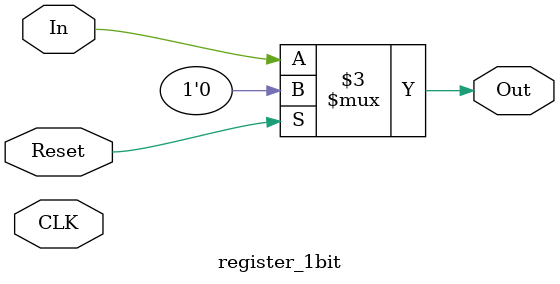
<source format=v>
module register_1bit(In,Out,Reset,CLK);
input In, Reset, CLK;
output Out;
reg Out;

always @ (CLK)
	if (Reset)
		Out <= 0;
	else
		Out <= In;	
endmodule
	
</source>
